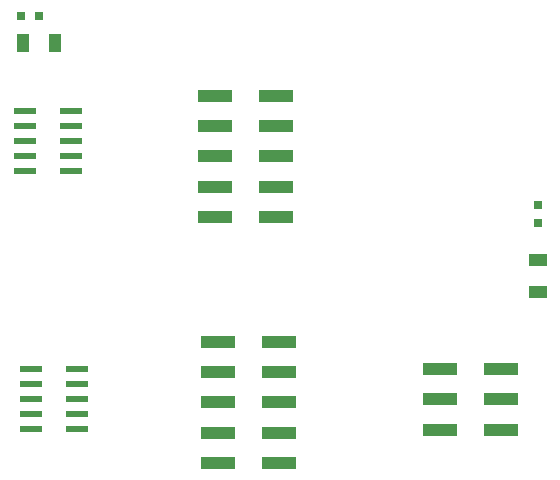
<source format=gtp>
G04 #@! TF.GenerationSoftware,KiCad,Pcbnew,5.1.5-52549c5~86~ubuntu18.04.1*
G04 #@! TF.CreationDate,2020-12-07T21:37:36-08:00*
G04 #@! TF.ProjectId,Atmel_Adapter_rev01,41746d65-6c5f-4416-9461-707465725f72,rev?*
G04 #@! TF.SameCoordinates,Original*
G04 #@! TF.FileFunction,Paste,Top*
G04 #@! TF.FilePolarity,Positive*
%FSLAX46Y46*%
G04 Gerber Fmt 4.6, Leading zero omitted, Abs format (unit mm)*
G04 Created by KiCad (PCBNEW 5.1.5-52549c5~86~ubuntu18.04.1) date 2020-12-07 21:37:36*
%MOMM*%
%LPD*%
G04 APERTURE LIST*
%ADD10R,1.920000X0.608000*%
%ADD11R,2.848000X1.016000*%
%ADD12R,1.000000X1.600000*%
%ADD13R,1.600000X1.000000*%
%ADD14R,0.719328X0.800608*%
%ADD15R,0.800608X0.719328*%
G04 APERTURE END LIST*
D10*
X113456000Y-71882000D03*
X113456000Y-73152000D03*
X109556000Y-73152000D03*
X109556000Y-71882000D03*
X109556000Y-68072000D03*
X109556000Y-69342000D03*
X109556000Y-70612000D03*
X113456000Y-70612000D03*
X113456000Y-69342000D03*
X113456000Y-68072000D03*
X113964000Y-89916000D03*
X113964000Y-91186000D03*
X113964000Y-92456000D03*
X110064000Y-92456000D03*
X110064000Y-91186000D03*
X110064000Y-89916000D03*
X110064000Y-93726000D03*
X110064000Y-94996000D03*
X113964000Y-94996000D03*
X113964000Y-93726000D03*
D11*
X131129000Y-87630000D03*
X131129000Y-90170000D03*
X131129000Y-92710000D03*
X125919000Y-92710000D03*
X125919000Y-90170000D03*
X125919000Y-87630000D03*
X125919000Y-95270000D03*
X125919000Y-97810000D03*
X131129000Y-97810000D03*
X131129000Y-95270000D03*
X130875000Y-74442000D03*
X130875000Y-76982000D03*
X125665000Y-76982000D03*
X125665000Y-74442000D03*
X125665000Y-66802000D03*
X125665000Y-69342000D03*
X125665000Y-71882000D03*
X130875000Y-71882000D03*
X130875000Y-69342000D03*
X130875000Y-66802000D03*
X149925000Y-95016000D03*
X144715000Y-95016000D03*
X144715000Y-89916000D03*
X144715000Y-92456000D03*
X149925000Y-92456000D03*
X149925000Y-89916000D03*
D12*
X109385000Y-62310000D03*
X112135000Y-62310000D03*
D13*
X153000000Y-80625000D03*
X153000000Y-83375000D03*
D14*
X109248160Y-60000000D03*
X110751840Y-60000000D03*
D15*
X153000000Y-77503680D03*
X153000000Y-76000000D03*
M02*

</source>
